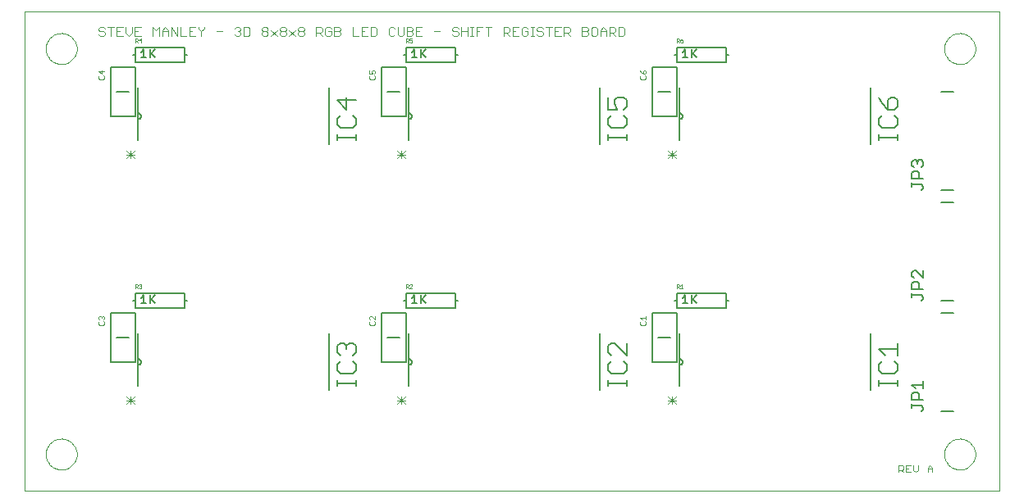
<source format=gto>
G75*
%MOIN*%
%OFA0B0*%
%FSLAX24Y24*%
%IPPOS*%
%LPD*%
%AMOC8*
5,1,8,0,0,1.08239X$1,22.5*
%
%ADD10C,0.0000*%
%ADD11C,0.0030*%
%ADD12C,0.0080*%
%ADD13C,0.0020*%
%ADD14C,0.0060*%
%ADD15C,0.0010*%
%ADD16C,0.0050*%
D10*
X000150Y000150D02*
X000150Y019646D01*
X039770Y019646D01*
X039770Y000150D01*
X000150Y000150D01*
X001020Y001650D02*
X001022Y001700D01*
X001028Y001750D01*
X001038Y001799D01*
X001052Y001847D01*
X001069Y001894D01*
X001090Y001939D01*
X001115Y001983D01*
X001143Y002024D01*
X001175Y002063D01*
X001209Y002100D01*
X001246Y002134D01*
X001286Y002164D01*
X001328Y002191D01*
X001372Y002215D01*
X001418Y002236D01*
X001465Y002252D01*
X001513Y002265D01*
X001563Y002274D01*
X001612Y002279D01*
X001663Y002280D01*
X001713Y002277D01*
X001762Y002270D01*
X001811Y002259D01*
X001859Y002244D01*
X001905Y002226D01*
X001950Y002204D01*
X001993Y002178D01*
X002034Y002149D01*
X002073Y002117D01*
X002109Y002082D01*
X002141Y002044D01*
X002171Y002004D01*
X002198Y001961D01*
X002221Y001917D01*
X002240Y001871D01*
X002256Y001823D01*
X002268Y001774D01*
X002276Y001725D01*
X002280Y001675D01*
X002280Y001625D01*
X002276Y001575D01*
X002268Y001526D01*
X002256Y001477D01*
X002240Y001429D01*
X002221Y001383D01*
X002198Y001339D01*
X002171Y001296D01*
X002141Y001256D01*
X002109Y001218D01*
X002073Y001183D01*
X002034Y001151D01*
X001993Y001122D01*
X001950Y001096D01*
X001905Y001074D01*
X001859Y001056D01*
X001811Y001041D01*
X001762Y001030D01*
X001713Y001023D01*
X001663Y001020D01*
X001612Y001021D01*
X001563Y001026D01*
X001513Y001035D01*
X001465Y001048D01*
X001418Y001064D01*
X001372Y001085D01*
X001328Y001109D01*
X001286Y001136D01*
X001246Y001166D01*
X001209Y001200D01*
X001175Y001237D01*
X001143Y001276D01*
X001115Y001317D01*
X001090Y001361D01*
X001069Y001406D01*
X001052Y001453D01*
X001038Y001501D01*
X001028Y001550D01*
X001022Y001600D01*
X001020Y001650D01*
X001020Y018150D02*
X001022Y018200D01*
X001028Y018250D01*
X001038Y018299D01*
X001052Y018347D01*
X001069Y018394D01*
X001090Y018439D01*
X001115Y018483D01*
X001143Y018524D01*
X001175Y018563D01*
X001209Y018600D01*
X001246Y018634D01*
X001286Y018664D01*
X001328Y018691D01*
X001372Y018715D01*
X001418Y018736D01*
X001465Y018752D01*
X001513Y018765D01*
X001563Y018774D01*
X001612Y018779D01*
X001663Y018780D01*
X001713Y018777D01*
X001762Y018770D01*
X001811Y018759D01*
X001859Y018744D01*
X001905Y018726D01*
X001950Y018704D01*
X001993Y018678D01*
X002034Y018649D01*
X002073Y018617D01*
X002109Y018582D01*
X002141Y018544D01*
X002171Y018504D01*
X002198Y018461D01*
X002221Y018417D01*
X002240Y018371D01*
X002256Y018323D01*
X002268Y018274D01*
X002276Y018225D01*
X002280Y018175D01*
X002280Y018125D01*
X002276Y018075D01*
X002268Y018026D01*
X002256Y017977D01*
X002240Y017929D01*
X002221Y017883D01*
X002198Y017839D01*
X002171Y017796D01*
X002141Y017756D01*
X002109Y017718D01*
X002073Y017683D01*
X002034Y017651D01*
X001993Y017622D01*
X001950Y017596D01*
X001905Y017574D01*
X001859Y017556D01*
X001811Y017541D01*
X001762Y017530D01*
X001713Y017523D01*
X001663Y017520D01*
X001612Y017521D01*
X001563Y017526D01*
X001513Y017535D01*
X001465Y017548D01*
X001418Y017564D01*
X001372Y017585D01*
X001328Y017609D01*
X001286Y017636D01*
X001246Y017666D01*
X001209Y017700D01*
X001175Y017737D01*
X001143Y017776D01*
X001115Y017817D01*
X001090Y017861D01*
X001069Y017906D01*
X001052Y017953D01*
X001038Y018001D01*
X001028Y018050D01*
X001022Y018100D01*
X001020Y018150D01*
X037520Y018150D02*
X037522Y018200D01*
X037528Y018250D01*
X037538Y018299D01*
X037552Y018347D01*
X037569Y018394D01*
X037590Y018439D01*
X037615Y018483D01*
X037643Y018524D01*
X037675Y018563D01*
X037709Y018600D01*
X037746Y018634D01*
X037786Y018664D01*
X037828Y018691D01*
X037872Y018715D01*
X037918Y018736D01*
X037965Y018752D01*
X038013Y018765D01*
X038063Y018774D01*
X038112Y018779D01*
X038163Y018780D01*
X038213Y018777D01*
X038262Y018770D01*
X038311Y018759D01*
X038359Y018744D01*
X038405Y018726D01*
X038450Y018704D01*
X038493Y018678D01*
X038534Y018649D01*
X038573Y018617D01*
X038609Y018582D01*
X038641Y018544D01*
X038671Y018504D01*
X038698Y018461D01*
X038721Y018417D01*
X038740Y018371D01*
X038756Y018323D01*
X038768Y018274D01*
X038776Y018225D01*
X038780Y018175D01*
X038780Y018125D01*
X038776Y018075D01*
X038768Y018026D01*
X038756Y017977D01*
X038740Y017929D01*
X038721Y017883D01*
X038698Y017839D01*
X038671Y017796D01*
X038641Y017756D01*
X038609Y017718D01*
X038573Y017683D01*
X038534Y017651D01*
X038493Y017622D01*
X038450Y017596D01*
X038405Y017574D01*
X038359Y017556D01*
X038311Y017541D01*
X038262Y017530D01*
X038213Y017523D01*
X038163Y017520D01*
X038112Y017521D01*
X038063Y017526D01*
X038013Y017535D01*
X037965Y017548D01*
X037918Y017564D01*
X037872Y017585D01*
X037828Y017609D01*
X037786Y017636D01*
X037746Y017666D01*
X037709Y017700D01*
X037675Y017737D01*
X037643Y017776D01*
X037615Y017817D01*
X037590Y017861D01*
X037569Y017906D01*
X037552Y017953D01*
X037538Y018001D01*
X037528Y018050D01*
X037522Y018100D01*
X037520Y018150D01*
X037520Y001650D02*
X037522Y001700D01*
X037528Y001750D01*
X037538Y001799D01*
X037552Y001847D01*
X037569Y001894D01*
X037590Y001939D01*
X037615Y001983D01*
X037643Y002024D01*
X037675Y002063D01*
X037709Y002100D01*
X037746Y002134D01*
X037786Y002164D01*
X037828Y002191D01*
X037872Y002215D01*
X037918Y002236D01*
X037965Y002252D01*
X038013Y002265D01*
X038063Y002274D01*
X038112Y002279D01*
X038163Y002280D01*
X038213Y002277D01*
X038262Y002270D01*
X038311Y002259D01*
X038359Y002244D01*
X038405Y002226D01*
X038450Y002204D01*
X038493Y002178D01*
X038534Y002149D01*
X038573Y002117D01*
X038609Y002082D01*
X038641Y002044D01*
X038671Y002004D01*
X038698Y001961D01*
X038721Y001917D01*
X038740Y001871D01*
X038756Y001823D01*
X038768Y001774D01*
X038776Y001725D01*
X038780Y001675D01*
X038780Y001625D01*
X038776Y001575D01*
X038768Y001526D01*
X038756Y001477D01*
X038740Y001429D01*
X038721Y001383D01*
X038698Y001339D01*
X038671Y001296D01*
X038641Y001256D01*
X038609Y001218D01*
X038573Y001183D01*
X038534Y001151D01*
X038493Y001122D01*
X038450Y001096D01*
X038405Y001074D01*
X038359Y001056D01*
X038311Y001041D01*
X038262Y001030D01*
X038213Y001023D01*
X038163Y001020D01*
X038112Y001021D01*
X038063Y001026D01*
X038013Y001035D01*
X037965Y001048D01*
X037918Y001064D01*
X037872Y001085D01*
X037828Y001109D01*
X037786Y001136D01*
X037746Y001166D01*
X037709Y001200D01*
X037675Y001237D01*
X037643Y001276D01*
X037615Y001317D01*
X037590Y001361D01*
X037569Y001406D01*
X037552Y001453D01*
X037538Y001501D01*
X037528Y001550D01*
X037522Y001600D01*
X037520Y001650D01*
D11*
X037037Y001108D02*
X036940Y001205D01*
X036844Y001108D01*
X036844Y000915D01*
X036844Y001060D02*
X037037Y001060D01*
X037037Y001108D02*
X037037Y000915D01*
X036448Y001012D02*
X036448Y001205D01*
X036448Y001012D02*
X036351Y000915D01*
X036254Y001012D01*
X036254Y001205D01*
X036153Y001205D02*
X035960Y001205D01*
X035960Y000915D01*
X036153Y000915D01*
X036056Y001060D02*
X035960Y001060D01*
X035858Y001060D02*
X035810Y001012D01*
X035665Y001012D01*
X035762Y001012D02*
X035858Y000915D01*
X035858Y001060D02*
X035858Y001157D01*
X035810Y001205D01*
X035665Y001205D01*
X035665Y000915D01*
X026617Y003685D02*
X026303Y003999D01*
X026460Y003999D02*
X026460Y003685D01*
X026303Y003685D02*
X026617Y003999D01*
X026617Y003842D02*
X026303Y003842D01*
X015617Y003842D02*
X015303Y003842D01*
X015303Y003999D02*
X015617Y003685D01*
X015460Y003685D02*
X015460Y003999D01*
X015617Y003999D02*
X015303Y003685D01*
X004617Y003685D02*
X004303Y003999D01*
X004460Y003999D02*
X004460Y003685D01*
X004303Y003685D02*
X004617Y003999D01*
X004617Y003842D02*
X004303Y003842D01*
X004303Y013685D02*
X004617Y013999D01*
X004617Y013842D02*
X004303Y013842D01*
X004303Y013999D02*
X004617Y013685D01*
X004460Y013685D02*
X004460Y013999D01*
X004393Y018665D02*
X004270Y018788D01*
X004270Y019035D01*
X004149Y019035D02*
X003902Y019035D01*
X003902Y018665D01*
X004149Y018665D01*
X004025Y018850D02*
X003902Y018850D01*
X003780Y019035D02*
X003533Y019035D01*
X003657Y019035D02*
X003657Y018665D01*
X003412Y018727D02*
X003350Y018665D01*
X003227Y018665D01*
X003165Y018727D01*
X003227Y018850D02*
X003165Y018912D01*
X003165Y018974D01*
X003227Y019035D01*
X003350Y019035D01*
X003412Y018974D01*
X003350Y018850D02*
X003412Y018788D01*
X003412Y018727D01*
X003350Y018850D02*
X003227Y018850D01*
X004393Y018665D02*
X004517Y018788D01*
X004517Y019035D01*
X004638Y019035D02*
X004638Y018665D01*
X004885Y018665D01*
X004762Y018850D02*
X004638Y018850D01*
X004638Y019035D02*
X004885Y019035D01*
X005375Y019035D02*
X005498Y018912D01*
X005622Y019035D01*
X005622Y018665D01*
X005743Y018665D02*
X005743Y018912D01*
X005867Y019035D01*
X005990Y018912D01*
X005990Y018665D01*
X006112Y018665D02*
X006112Y019035D01*
X006358Y018665D01*
X006358Y019035D01*
X006480Y019035D02*
X006480Y018665D01*
X006727Y018665D01*
X006848Y018665D02*
X007095Y018665D01*
X006972Y018850D02*
X006848Y018850D01*
X006848Y019035D02*
X006848Y018665D01*
X007216Y018974D02*
X007340Y018850D01*
X007340Y018665D01*
X007340Y018850D02*
X007463Y018974D01*
X007463Y019035D01*
X007216Y019035D02*
X007216Y018974D01*
X007095Y019035D02*
X006848Y019035D01*
X005990Y018850D02*
X005743Y018850D01*
X005375Y018665D02*
X005375Y019035D01*
X007953Y018850D02*
X008200Y018850D01*
X008690Y018727D02*
X008751Y018665D01*
X008875Y018665D01*
X008937Y018727D01*
X008937Y018788D01*
X008875Y018850D01*
X008813Y018850D01*
X008875Y018850D02*
X008937Y018912D01*
X008937Y018974D01*
X008875Y019035D01*
X008751Y019035D01*
X008690Y018974D01*
X009058Y019035D02*
X009058Y018665D01*
X009243Y018665D01*
X009305Y018727D01*
X009305Y018974D01*
X009243Y019035D01*
X009058Y019035D01*
X009795Y018974D02*
X009795Y018912D01*
X009856Y018850D01*
X009980Y018850D01*
X010042Y018788D01*
X010042Y018727D01*
X009980Y018665D01*
X009856Y018665D01*
X009795Y018727D01*
X009795Y018788D01*
X009856Y018850D01*
X009980Y018850D02*
X010042Y018912D01*
X010042Y018974D01*
X009980Y019035D01*
X009856Y019035D01*
X009795Y018974D01*
X010163Y018912D02*
X010410Y018665D01*
X010531Y018727D02*
X010531Y018788D01*
X010593Y018850D01*
X010716Y018850D01*
X010778Y018788D01*
X010778Y018727D01*
X010716Y018665D01*
X010593Y018665D01*
X010531Y018727D01*
X010593Y018850D02*
X010531Y018912D01*
X010531Y018974D01*
X010593Y019035D01*
X010716Y019035D01*
X010778Y018974D01*
X010778Y018912D01*
X010716Y018850D01*
X010900Y018912D02*
X011146Y018665D01*
X011268Y018727D02*
X011268Y018788D01*
X011330Y018850D01*
X011453Y018850D01*
X011515Y018788D01*
X011515Y018727D01*
X011453Y018665D01*
X011330Y018665D01*
X011268Y018727D01*
X011330Y018850D02*
X011268Y018912D01*
X011268Y018974D01*
X011330Y019035D01*
X011453Y019035D01*
X011515Y018974D01*
X011515Y018912D01*
X011453Y018850D01*
X011146Y018912D02*
X010900Y018665D01*
X010410Y018912D02*
X010163Y018665D01*
X012005Y018665D02*
X012005Y019035D01*
X012190Y019035D01*
X012251Y018974D01*
X012251Y018850D01*
X012190Y018788D01*
X012005Y018788D01*
X012128Y018788D02*
X012251Y018665D01*
X012373Y018727D02*
X012373Y018974D01*
X012435Y019035D01*
X012558Y019035D01*
X012620Y018974D01*
X012620Y018850D02*
X012496Y018850D01*
X012620Y018850D02*
X012620Y018727D01*
X012558Y018665D01*
X012435Y018665D01*
X012373Y018727D01*
X012741Y018665D02*
X012926Y018665D01*
X012988Y018727D01*
X012988Y018788D01*
X012926Y018850D01*
X012741Y018850D01*
X012741Y018665D02*
X012741Y019035D01*
X012926Y019035D01*
X012988Y018974D01*
X012988Y018912D01*
X012926Y018850D01*
X013478Y018665D02*
X013725Y018665D01*
X013846Y018665D02*
X014093Y018665D01*
X014214Y018665D02*
X014400Y018665D01*
X014461Y018727D01*
X014461Y018974D01*
X014400Y019035D01*
X014214Y019035D01*
X014214Y018665D01*
X013970Y018850D02*
X013846Y018850D01*
X013846Y019035D02*
X013846Y018665D01*
X013478Y018665D02*
X013478Y019035D01*
X013846Y019035D02*
X014093Y019035D01*
X014951Y018974D02*
X014951Y018727D01*
X015013Y018665D01*
X015136Y018665D01*
X015198Y018727D01*
X015319Y018727D02*
X015381Y018665D01*
X015505Y018665D01*
X015566Y018727D01*
X015566Y019035D01*
X015688Y019035D02*
X015873Y019035D01*
X015935Y018974D01*
X015935Y018912D01*
X015873Y018850D01*
X015688Y018850D01*
X015873Y018850D02*
X015935Y018788D01*
X015935Y018727D01*
X015873Y018665D01*
X015688Y018665D01*
X015688Y019035D01*
X016056Y019035D02*
X016056Y018665D01*
X016303Y018665D01*
X016179Y018850D02*
X016056Y018850D01*
X016056Y019035D02*
X016303Y019035D01*
X016793Y018850D02*
X017040Y018850D01*
X017529Y018912D02*
X017591Y018850D01*
X017714Y018850D01*
X017776Y018788D01*
X017776Y018727D01*
X017714Y018665D01*
X017591Y018665D01*
X017529Y018727D01*
X017529Y018912D02*
X017529Y018974D01*
X017591Y019035D01*
X017714Y019035D01*
X017776Y018974D01*
X017898Y019035D02*
X017898Y018665D01*
X017898Y018850D02*
X018144Y018850D01*
X018144Y019035D02*
X018144Y018665D01*
X018266Y018665D02*
X018389Y018665D01*
X018328Y018665D02*
X018328Y019035D01*
X018389Y019035D02*
X018266Y019035D01*
X018511Y019035D02*
X018758Y019035D01*
X018880Y019035D02*
X019127Y019035D01*
X019003Y019035D02*
X019003Y018665D01*
X018635Y018850D02*
X018511Y018850D01*
X018511Y018665D02*
X018511Y019035D01*
X019616Y019035D02*
X019616Y018665D01*
X019616Y018788D02*
X019802Y018788D01*
X019863Y018850D01*
X019863Y018974D01*
X019802Y019035D01*
X019616Y019035D01*
X019985Y019035D02*
X019985Y018665D01*
X020232Y018665D01*
X020353Y018727D02*
X020353Y018974D01*
X020415Y019035D01*
X020538Y019035D01*
X020600Y018974D01*
X020600Y018850D02*
X020476Y018850D01*
X020600Y018850D02*
X020600Y018727D01*
X020538Y018665D01*
X020415Y018665D01*
X020353Y018727D01*
X020108Y018850D02*
X019985Y018850D01*
X019985Y019035D02*
X020232Y019035D01*
X020721Y019035D02*
X020845Y019035D01*
X020783Y019035D02*
X020783Y018665D01*
X020721Y018665D02*
X020845Y018665D01*
X020967Y018727D02*
X021029Y018665D01*
X021152Y018665D01*
X021214Y018727D01*
X021214Y018788D01*
X021152Y018850D01*
X021029Y018850D01*
X020967Y018912D01*
X020967Y018974D01*
X021029Y019035D01*
X021152Y019035D01*
X021214Y018974D01*
X021335Y019035D02*
X021582Y019035D01*
X021703Y019035D02*
X021703Y018665D01*
X021950Y018665D01*
X022072Y018665D02*
X022072Y019035D01*
X022257Y019035D01*
X022319Y018974D01*
X022319Y018850D01*
X022257Y018788D01*
X022072Y018788D01*
X022195Y018788D02*
X022319Y018665D01*
X021827Y018850D02*
X021703Y018850D01*
X021703Y019035D02*
X021950Y019035D01*
X021459Y019035D02*
X021459Y018665D01*
X022808Y018665D02*
X022994Y018665D01*
X023055Y018727D01*
X023055Y018788D01*
X022994Y018850D01*
X022808Y018850D01*
X022808Y018665D02*
X022808Y019035D01*
X022994Y019035D01*
X023055Y018974D01*
X023055Y018912D01*
X022994Y018850D01*
X023177Y018727D02*
X023238Y018665D01*
X023362Y018665D01*
X023424Y018727D01*
X023424Y018974D01*
X023362Y019035D01*
X023238Y019035D01*
X023177Y018974D01*
X023177Y018727D01*
X023545Y018665D02*
X023545Y018912D01*
X023669Y019035D01*
X023792Y018912D01*
X023792Y018665D01*
X023913Y018665D02*
X023913Y019035D01*
X024099Y019035D01*
X024160Y018974D01*
X024160Y018850D01*
X024099Y018788D01*
X023913Y018788D01*
X024037Y018788D02*
X024160Y018665D01*
X024282Y018665D02*
X024467Y018665D01*
X024529Y018727D01*
X024529Y018974D01*
X024467Y019035D01*
X024282Y019035D01*
X024282Y018665D01*
X023792Y018850D02*
X023545Y018850D01*
X019863Y018665D02*
X019740Y018788D01*
X015319Y018727D02*
X015319Y019035D01*
X015198Y018974D02*
X015136Y019035D01*
X015013Y019035D01*
X014951Y018974D01*
X015303Y013999D02*
X015617Y013685D01*
X015617Y013842D02*
X015303Y013842D01*
X015303Y013685D02*
X015617Y013999D01*
X015460Y013999D02*
X015460Y013685D01*
X026303Y013685D02*
X026617Y013999D01*
X026617Y013842D02*
X026303Y013842D01*
X026303Y013999D02*
X026617Y013685D01*
X026460Y013685D02*
X026460Y013999D01*
D12*
X024610Y014420D02*
X024610Y014667D01*
X024610Y014543D02*
X023869Y014543D01*
X023869Y014420D02*
X023869Y014667D01*
X023993Y014923D02*
X023869Y015047D01*
X023869Y015294D01*
X023993Y015417D01*
X024487Y015417D02*
X024610Y015294D01*
X024610Y015047D01*
X024487Y014923D01*
X023993Y014923D01*
X023869Y015678D02*
X024240Y015678D01*
X024116Y015925D01*
X024116Y016049D01*
X024240Y016172D01*
X024487Y016172D01*
X024610Y016049D01*
X024610Y015802D01*
X024487Y015678D01*
X023869Y015678D02*
X023869Y016172D01*
X025650Y015400D02*
X025650Y017400D01*
X026650Y017400D01*
X026650Y015400D01*
X025650Y015400D01*
X025900Y016400D02*
X026400Y016400D01*
X026650Y017600D02*
X026650Y017900D01*
X026550Y017900D01*
X026650Y017900D02*
X026650Y018200D01*
X028650Y018200D01*
X028650Y017900D01*
X028750Y017900D01*
X028650Y017900D02*
X028650Y017600D01*
X026650Y017600D01*
X034869Y016172D02*
X034993Y015925D01*
X035240Y015678D01*
X035240Y016049D01*
X035363Y016172D01*
X035487Y016172D01*
X035610Y016049D01*
X035610Y015802D01*
X035487Y015678D01*
X035240Y015678D01*
X035487Y015417D02*
X035610Y015294D01*
X035610Y015047D01*
X035487Y014923D01*
X034993Y014923D01*
X034869Y015047D01*
X034869Y015294D01*
X034993Y015417D01*
X034869Y014667D02*
X034869Y014420D01*
X034869Y014543D02*
X035610Y014543D01*
X035610Y014420D02*
X035610Y014667D01*
X037400Y016400D02*
X037900Y016400D01*
X037900Y012400D02*
X037400Y012400D01*
X037400Y011900D02*
X037900Y011900D01*
X037900Y007900D02*
X037400Y007900D01*
X037400Y007400D02*
X037900Y007400D01*
X035610Y006172D02*
X035610Y005678D01*
X035610Y005925D02*
X034869Y005925D01*
X035116Y005678D01*
X034993Y005417D02*
X034869Y005294D01*
X034869Y005047D01*
X034993Y004923D01*
X035487Y004923D01*
X035610Y005047D01*
X035610Y005294D01*
X035487Y005417D01*
X035610Y004667D02*
X035610Y004420D01*
X035610Y004543D02*
X034869Y004543D01*
X034869Y004420D02*
X034869Y004667D01*
X037400Y003400D02*
X037900Y003400D01*
X028750Y007900D02*
X028650Y007900D01*
X028650Y007600D01*
X026650Y007600D01*
X026650Y007900D01*
X026550Y007900D01*
X026650Y007900D02*
X026650Y008200D01*
X028650Y008200D01*
X028650Y007900D01*
X026650Y007400D02*
X025650Y007400D01*
X025650Y005400D01*
X026650Y005400D01*
X026650Y007400D01*
X026400Y006400D02*
X025900Y006400D01*
X024610Y006172D02*
X024610Y005678D01*
X024116Y006172D01*
X023993Y006172D01*
X023869Y006049D01*
X023869Y005802D01*
X023993Y005678D01*
X023993Y005417D02*
X023869Y005294D01*
X023869Y005047D01*
X023993Y004923D01*
X024487Y004923D01*
X024610Y005047D01*
X024610Y005294D01*
X024487Y005417D01*
X024610Y004667D02*
X024610Y004420D01*
X024610Y004543D02*
X023869Y004543D01*
X023869Y004420D02*
X023869Y004667D01*
X017650Y007600D02*
X017650Y007900D01*
X017750Y007900D01*
X017650Y007900D02*
X017650Y008200D01*
X015650Y008200D01*
X015650Y007900D01*
X015550Y007900D01*
X015650Y007900D02*
X015650Y007600D01*
X017650Y007600D01*
X015650Y007400D02*
X014650Y007400D01*
X014650Y005400D01*
X015650Y005400D01*
X015650Y007400D01*
X015400Y006400D02*
X014900Y006400D01*
X013610Y006049D02*
X013610Y005802D01*
X013487Y005678D01*
X013487Y005417D02*
X013610Y005294D01*
X013610Y005047D01*
X013487Y004923D01*
X012993Y004923D01*
X012869Y005047D01*
X012869Y005294D01*
X012993Y005417D01*
X012993Y005678D02*
X012869Y005802D01*
X012869Y006049D01*
X012993Y006172D01*
X013116Y006172D01*
X013240Y006049D01*
X013363Y006172D01*
X013487Y006172D01*
X013610Y006049D01*
X013240Y006049D02*
X013240Y005925D01*
X013610Y004667D02*
X013610Y004420D01*
X013610Y004543D02*
X012869Y004543D01*
X012869Y004420D02*
X012869Y004667D01*
X006650Y007600D02*
X006650Y007900D01*
X006750Y007900D01*
X006650Y007900D02*
X006650Y008200D01*
X004650Y008200D01*
X004650Y007900D01*
X004550Y007900D01*
X004650Y007900D02*
X004650Y007600D01*
X006650Y007600D01*
X004650Y007400D02*
X003650Y007400D01*
X003650Y005400D01*
X004650Y005400D01*
X004650Y007400D01*
X004400Y006400D02*
X003900Y006400D01*
X012869Y014420D02*
X012869Y014667D01*
X012869Y014543D02*
X013610Y014543D01*
X013610Y014420D02*
X013610Y014667D01*
X013487Y014923D02*
X013610Y015047D01*
X013610Y015294D01*
X013487Y015417D01*
X012993Y015417D02*
X012869Y015294D01*
X012869Y015047D01*
X012993Y014923D01*
X013487Y014923D01*
X014650Y015400D02*
X014650Y017400D01*
X015650Y017400D01*
X015650Y015400D01*
X014650Y015400D01*
X013240Y015678D02*
X013240Y016172D01*
X013610Y016049D02*
X012869Y016049D01*
X013240Y015678D01*
X014900Y016400D02*
X015400Y016400D01*
X015650Y017600D02*
X015650Y017900D01*
X015550Y017900D01*
X015650Y017900D02*
X015650Y018200D01*
X017650Y018200D01*
X017650Y017900D01*
X017750Y017900D01*
X017650Y017900D02*
X017650Y017600D01*
X015650Y017600D01*
X006750Y017900D02*
X006650Y017900D01*
X006650Y017600D01*
X004650Y017600D01*
X004650Y017900D01*
X004550Y017900D01*
X004650Y017900D02*
X004650Y018200D01*
X006650Y018200D01*
X006650Y017900D01*
X004650Y017400D02*
X003650Y017400D01*
X003650Y015400D01*
X004650Y015400D01*
X004650Y017400D01*
X004400Y016400D02*
X003900Y016400D01*
D13*
X003390Y016947D02*
X003390Y017020D01*
X003353Y017057D01*
X003280Y017131D02*
X003280Y017278D01*
X003390Y017241D02*
X003170Y017241D01*
X003280Y017131D01*
X003207Y017057D02*
X003170Y017020D01*
X003170Y016947D01*
X003207Y016910D01*
X003353Y016910D01*
X003390Y016947D01*
X014170Y016947D02*
X014207Y016910D01*
X014353Y016910D01*
X014390Y016947D01*
X014390Y017020D01*
X014353Y017057D01*
X014353Y017131D02*
X014390Y017168D01*
X014390Y017241D01*
X014353Y017278D01*
X014280Y017278D01*
X014243Y017241D01*
X014243Y017204D01*
X014280Y017131D01*
X014170Y017131D01*
X014170Y017278D01*
X014207Y017057D02*
X014170Y017020D01*
X014170Y016947D01*
X025170Y016947D02*
X025207Y016910D01*
X025353Y016910D01*
X025390Y016947D01*
X025390Y017020D01*
X025353Y017057D01*
X025353Y017131D02*
X025390Y017168D01*
X025390Y017241D01*
X025353Y017278D01*
X025317Y017278D01*
X025280Y017241D01*
X025280Y017131D01*
X025353Y017131D01*
X025280Y017131D02*
X025207Y017204D01*
X025170Y017278D01*
X025207Y017057D02*
X025170Y017020D01*
X025170Y016947D01*
X025390Y007278D02*
X025390Y007131D01*
X025390Y007204D02*
X025170Y007204D01*
X025243Y007131D01*
X025207Y007057D02*
X025170Y007020D01*
X025170Y006947D01*
X025207Y006910D01*
X025353Y006910D01*
X025390Y006947D01*
X025390Y007020D01*
X025353Y007057D01*
X014390Y007020D02*
X014353Y007057D01*
X014390Y007020D02*
X014390Y006947D01*
X014353Y006910D01*
X014207Y006910D01*
X014170Y006947D01*
X014170Y007020D01*
X014207Y007057D01*
X014207Y007131D02*
X014170Y007168D01*
X014170Y007241D01*
X014207Y007278D01*
X014243Y007278D01*
X014390Y007131D01*
X014390Y007278D01*
X003390Y007241D02*
X003390Y007168D01*
X003353Y007131D01*
X003353Y007057D02*
X003390Y007020D01*
X003390Y006947D01*
X003353Y006910D01*
X003207Y006910D01*
X003170Y006947D01*
X003170Y007020D01*
X003207Y007057D01*
X003207Y007131D02*
X003170Y007168D01*
X003170Y007241D01*
X003207Y007278D01*
X003243Y007278D01*
X003280Y007241D01*
X003317Y007278D01*
X003353Y007278D01*
X003390Y007241D01*
X003280Y007241D02*
X003280Y007204D01*
D14*
X004770Y006550D02*
X004770Y005520D01*
X004770Y005280D01*
X004770Y004420D01*
X004770Y005280D02*
X004791Y005282D01*
X004811Y005287D01*
X004830Y005296D01*
X004847Y005308D01*
X004862Y005323D01*
X004874Y005340D01*
X004883Y005359D01*
X004888Y005379D01*
X004890Y005400D01*
X004888Y005421D01*
X004883Y005441D01*
X004874Y005460D01*
X004862Y005477D01*
X004847Y005492D01*
X004830Y005504D01*
X004811Y005513D01*
X004791Y005518D01*
X004770Y005520D01*
X004880Y007780D02*
X005107Y007780D01*
X004993Y007780D02*
X004993Y008120D01*
X004880Y008007D01*
X005248Y008120D02*
X005248Y007780D01*
X005248Y007893D02*
X005475Y008120D01*
X005305Y007950D02*
X005475Y007780D01*
X012530Y006550D02*
X012530Y004250D01*
X015770Y004420D02*
X015770Y005280D01*
X015770Y005520D01*
X015770Y006550D01*
X015770Y005520D02*
X015791Y005518D01*
X015811Y005513D01*
X015830Y005504D01*
X015847Y005492D01*
X015862Y005477D01*
X015874Y005460D01*
X015883Y005441D01*
X015888Y005421D01*
X015890Y005400D01*
X015888Y005379D01*
X015883Y005359D01*
X015874Y005340D01*
X015862Y005323D01*
X015847Y005308D01*
X015830Y005296D01*
X015811Y005287D01*
X015791Y005282D01*
X015770Y005280D01*
X015880Y007780D02*
X016107Y007780D01*
X015993Y007780D02*
X015993Y008120D01*
X015880Y008007D01*
X016248Y008120D02*
X016248Y007780D01*
X016248Y007893D02*
X016475Y008120D01*
X016305Y007950D02*
X016475Y007780D01*
X023530Y006550D02*
X023530Y004250D01*
X026770Y004420D02*
X026770Y005280D01*
X026770Y005520D01*
X026770Y006550D01*
X026770Y005520D02*
X026791Y005518D01*
X026811Y005513D01*
X026830Y005504D01*
X026847Y005492D01*
X026862Y005477D01*
X026874Y005460D01*
X026883Y005441D01*
X026888Y005421D01*
X026890Y005400D01*
X026888Y005379D01*
X026883Y005359D01*
X026874Y005340D01*
X026862Y005323D01*
X026847Y005308D01*
X026830Y005296D01*
X026811Y005287D01*
X026791Y005282D01*
X026770Y005280D01*
X026880Y007780D02*
X027107Y007780D01*
X026993Y007780D02*
X026993Y008120D01*
X026880Y008007D01*
X027248Y008120D02*
X027248Y007780D01*
X027248Y007893D02*
X027475Y008120D01*
X027305Y007950D02*
X027475Y007780D01*
X034530Y006550D02*
X034530Y004250D01*
X034530Y014250D02*
X034530Y016550D01*
X027475Y017780D02*
X027305Y017950D01*
X027248Y017893D02*
X027475Y018120D01*
X027248Y018120D02*
X027248Y017780D01*
X027107Y017780D02*
X026880Y017780D01*
X026993Y017780D02*
X026993Y018120D01*
X026880Y018007D01*
X026770Y016550D02*
X026770Y015520D01*
X026770Y015280D01*
X026770Y014420D01*
X026770Y015280D02*
X026791Y015282D01*
X026811Y015287D01*
X026830Y015296D01*
X026847Y015308D01*
X026862Y015323D01*
X026874Y015340D01*
X026883Y015359D01*
X026888Y015379D01*
X026890Y015400D01*
X026888Y015421D01*
X026883Y015441D01*
X026874Y015460D01*
X026862Y015477D01*
X026847Y015492D01*
X026830Y015504D01*
X026811Y015513D01*
X026791Y015518D01*
X026770Y015520D01*
X023530Y016550D02*
X023530Y014250D01*
X016475Y017780D02*
X016305Y017950D01*
X016248Y017893D02*
X016475Y018120D01*
X016248Y018120D02*
X016248Y017780D01*
X016107Y017780D02*
X015880Y017780D01*
X015993Y017780D02*
X015993Y018120D01*
X015880Y018007D01*
X015770Y016550D02*
X015770Y015520D01*
X015770Y015280D01*
X015770Y014420D01*
X015770Y015280D02*
X015791Y015282D01*
X015811Y015287D01*
X015830Y015296D01*
X015847Y015308D01*
X015862Y015323D01*
X015874Y015340D01*
X015883Y015359D01*
X015888Y015379D01*
X015890Y015400D01*
X015888Y015421D01*
X015883Y015441D01*
X015874Y015460D01*
X015862Y015477D01*
X015847Y015492D01*
X015830Y015504D01*
X015811Y015513D01*
X015791Y015518D01*
X015770Y015520D01*
X012530Y016550D02*
X012530Y014250D01*
X005475Y017780D02*
X005305Y017950D01*
X005248Y017893D02*
X005475Y018120D01*
X005248Y018120D02*
X005248Y017780D01*
X005107Y017780D02*
X004880Y017780D01*
X004993Y017780D02*
X004993Y018120D01*
X004880Y018007D01*
X004770Y016550D02*
X004770Y015520D01*
X004770Y015280D01*
X004770Y014420D01*
X004770Y015280D02*
X004791Y015282D01*
X004811Y015287D01*
X004830Y015296D01*
X004847Y015308D01*
X004862Y015323D01*
X004874Y015340D01*
X004883Y015359D01*
X004888Y015379D01*
X004890Y015400D01*
X004888Y015421D01*
X004883Y015441D01*
X004874Y015460D01*
X004862Y015477D01*
X004847Y015492D01*
X004830Y015504D01*
X004811Y015513D01*
X004791Y015518D01*
X004770Y015520D01*
D15*
X004755Y018405D02*
X004705Y018455D01*
X004730Y018455D02*
X004655Y018455D01*
X004655Y018405D02*
X004655Y018555D01*
X004730Y018555D01*
X004755Y018530D01*
X004755Y018480D01*
X004730Y018455D01*
X004802Y018480D02*
X004902Y018480D01*
X004877Y018405D02*
X004877Y018555D01*
X004802Y018480D01*
X015655Y018455D02*
X015730Y018455D01*
X015755Y018480D01*
X015755Y018530D01*
X015730Y018555D01*
X015655Y018555D01*
X015655Y018405D01*
X015705Y018455D02*
X015755Y018405D01*
X015802Y018430D02*
X015827Y018405D01*
X015877Y018405D01*
X015902Y018430D01*
X015902Y018480D01*
X015877Y018505D01*
X015852Y018505D01*
X015802Y018480D01*
X015802Y018555D01*
X015902Y018555D01*
X026655Y018555D02*
X026655Y018405D01*
X026655Y018455D02*
X026730Y018455D01*
X026755Y018480D01*
X026755Y018530D01*
X026730Y018555D01*
X026655Y018555D01*
X026705Y018455D02*
X026755Y018405D01*
X026802Y018430D02*
X026827Y018405D01*
X026877Y018405D01*
X026902Y018430D01*
X026902Y018455D01*
X026877Y018480D01*
X026802Y018480D01*
X026802Y018430D01*
X026802Y018480D02*
X026852Y018530D01*
X026902Y018555D01*
X026852Y008555D02*
X026852Y008405D01*
X026802Y008405D02*
X026902Y008405D01*
X026802Y008505D02*
X026852Y008555D01*
X026755Y008530D02*
X026755Y008480D01*
X026730Y008455D01*
X026655Y008455D01*
X026655Y008405D02*
X026655Y008555D01*
X026730Y008555D01*
X026755Y008530D01*
X026705Y008455D02*
X026755Y008405D01*
X015902Y008405D02*
X015802Y008405D01*
X015902Y008505D01*
X015902Y008530D01*
X015877Y008555D01*
X015827Y008555D01*
X015802Y008530D01*
X015755Y008530D02*
X015755Y008480D01*
X015730Y008455D01*
X015655Y008455D01*
X015655Y008405D02*
X015655Y008555D01*
X015730Y008555D01*
X015755Y008530D01*
X015705Y008455D02*
X015755Y008405D01*
X004902Y008430D02*
X004877Y008405D01*
X004827Y008405D01*
X004802Y008430D01*
X004755Y008405D02*
X004705Y008455D01*
X004730Y008455D02*
X004655Y008455D01*
X004655Y008405D02*
X004655Y008555D01*
X004730Y008555D01*
X004755Y008530D01*
X004755Y008480D01*
X004730Y008455D01*
X004802Y008530D02*
X004827Y008555D01*
X004877Y008555D01*
X004902Y008530D01*
X004902Y008505D01*
X004877Y008480D01*
X004902Y008455D01*
X004902Y008430D01*
X004877Y008480D02*
X004852Y008480D01*
D16*
X036205Y008355D02*
X036205Y008581D01*
X036280Y008656D01*
X036430Y008656D01*
X036505Y008581D01*
X036505Y008355D01*
X036655Y008355D02*
X036205Y008355D01*
X036205Y008195D02*
X036205Y008045D01*
X036205Y008120D02*
X036580Y008120D01*
X036655Y008045D01*
X036655Y007970D01*
X036580Y007895D01*
X036655Y008816D02*
X036355Y009116D01*
X036280Y009116D01*
X036205Y009041D01*
X036205Y008891D01*
X036280Y008816D01*
X036655Y008816D02*
X036655Y009116D01*
X036580Y012395D02*
X036655Y012470D01*
X036655Y012545D01*
X036580Y012620D01*
X036205Y012620D01*
X036205Y012545D02*
X036205Y012695D01*
X036205Y012855D02*
X036205Y013081D01*
X036280Y013156D01*
X036430Y013156D01*
X036505Y013081D01*
X036505Y012855D01*
X036655Y012855D02*
X036205Y012855D01*
X036280Y013316D02*
X036205Y013391D01*
X036205Y013541D01*
X036280Y013616D01*
X036355Y013616D01*
X036430Y013541D01*
X036505Y013616D01*
X036580Y013616D01*
X036655Y013541D01*
X036655Y013391D01*
X036580Y013316D01*
X036430Y013466D02*
X036430Y013541D01*
X036655Y004616D02*
X036655Y004316D01*
X036655Y004466D02*
X036205Y004466D01*
X036355Y004316D01*
X036280Y004156D02*
X036430Y004156D01*
X036505Y004081D01*
X036505Y003855D01*
X036655Y003855D02*
X036205Y003855D01*
X036205Y004081D01*
X036280Y004156D01*
X036205Y003695D02*
X036205Y003545D01*
X036205Y003620D02*
X036580Y003620D01*
X036655Y003545D01*
X036655Y003470D01*
X036580Y003395D01*
M02*

</source>
